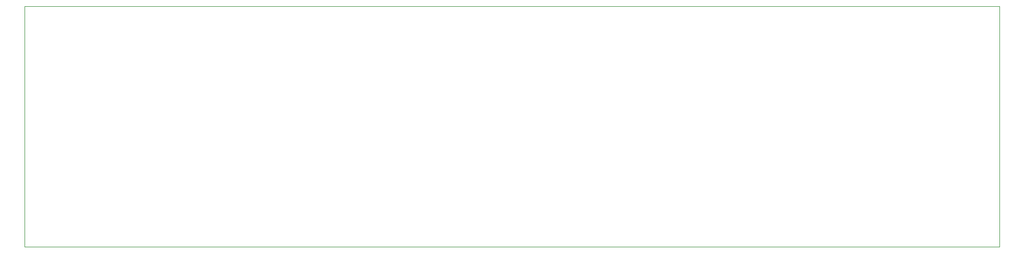
<source format=gm1>
G04 #@! TF.GenerationSoftware,KiCad,Pcbnew,(5.1.4)-1*
G04 #@! TF.CreationDate,2022-10-31T09:04:18+01:00*
G04 #@! TF.ProjectId,quaver-keypadrev1,71756176-6572-42d6-9b65-797061647265,rev?*
G04 #@! TF.SameCoordinates,Original*
G04 #@! TF.FileFunction,Profile,NP*
%FSLAX46Y46*%
G04 Gerber Fmt 4.6, Leading zero omitted, Abs format (unit mm)*
G04 Created by KiCad (PCBNEW (5.1.4)-1) date 2022-10-31 09:04:18*
%MOMM*%
%LPD*%
G04 APERTURE LIST*
%ADD10C,0.050000*%
G04 APERTURE END LIST*
D10*
X117094000Y-85217000D02*
X117094000Y-124333000D01*
X275082000Y-124333000D02*
X275082000Y-85217000D01*
X257429000Y-124333000D02*
X275082000Y-124333000D01*
X257429000Y-85217000D02*
X275082000Y-85217000D01*
X117094000Y-85217000D02*
X257429000Y-85217000D01*
X117094000Y-124333000D02*
X257429000Y-124333000D01*
M02*

</source>
